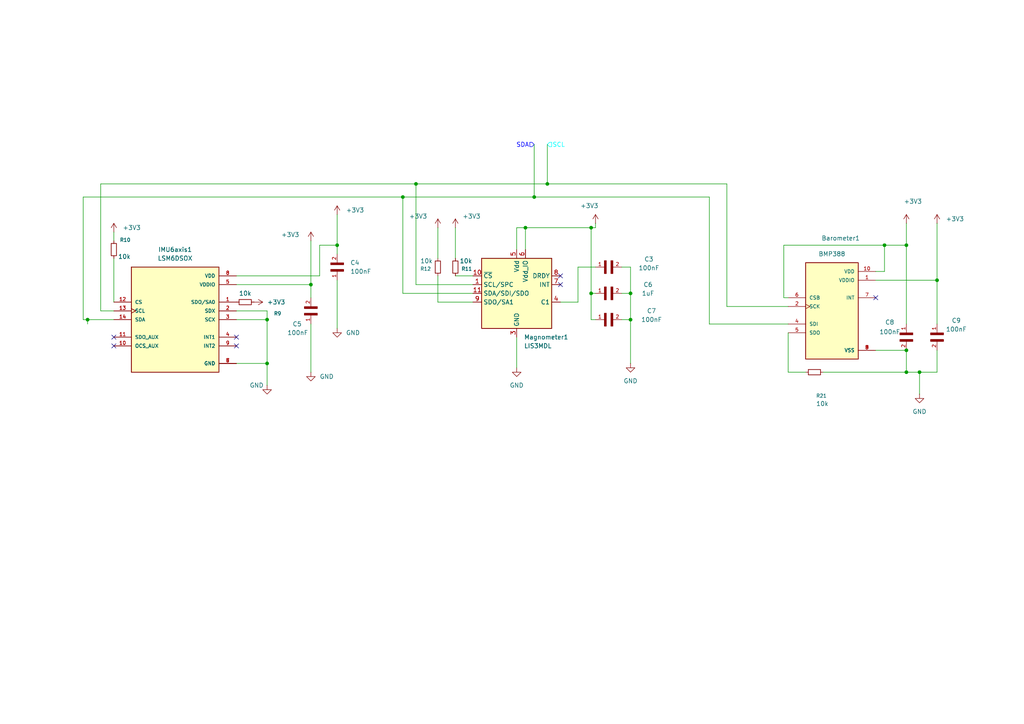
<source format=kicad_sch>
(kicad_sch (version 20250114) (generator "eeschema") (generator_version "9.0")
  (paper "A4")
  (lib_symbols
    (symbol "BMP388:BMP388" (pin_names (offset 1.016))
      (property "Reference" "U" (at -7.6281 15.2562 0))
      (property "Value" "BMP388" (at -7.6268 -15.2536 0))
      (symbol "BMP388_0_0"
        (rectangle (start -7.62 -12.7) (end 7.62 15.24) (stroke (width 0.254)) (fill (type background)))
        (pin input line (at -12.7 5.08 0) (length 5.08) (name "CSB") (number "6"))
        (pin input clock (at -12.7 2.54 0) (length 5.08) (name "SCK") (number "2"))
        (pin bidirectional line (at -12.7 -2.54 0) (length 5.08) (name "SDI") (number "4"))
        (pin bidirectional line (at -12.7 -5.08 0) (length 5.08) (name "SDO") (number "5"))
        (pin power_in line (at 12.7 12.7 180) (length 5.08) (name "VDD") (number "10"))
        (pin power_in line (at 12.7 10.16 180) (length 5.08) (name "VDDIO") (number "1"))
        (pin output line (at 12.7 5.08 180) (length 5.08) (name "INT") (number "7"))
        (pin power_in line (at 12.7 -10.16 180) (length 5.08) (name "VSS") (number "3"))
        (pin power_in line (at 12.7 -10.16 180) (length 5.08) (name "VSS") (number "8"))
        (pin power_in line (at 12.7 -10.16 180) (length 5.08) (name "VSS") (number "9"))
      )
    )
    (symbol "Device:R_Small" (pin_numbers (hide yes)) (pin_names (offset 0.254) (hide yes))
      (property "Reference" "R" (at 0 0 90))
      (property "Value" "R_Small" (at 1.778 0 90))
      (symbol "R_Small_0_1"
        (rectangle (start -0.762 1.778) (end 0.762 -1.778) (stroke (width 0.2032)))
      )
      (symbol "R_Small_1_1"
        (pin passive line (at 0 2.54 270) (length 0.762) (name "~") (number "1"))
        (pin passive line (at 0 -2.54 90) (length 0.762) (name "~") (number "2"))
      )
    )
    (symbol "LSM6DSOX:LSM6DSOX" (pin_names (offset 1.016))
      (property "Reference" "U" (at -12.7 16.002 0))
      (property "Value" "LSM6DSOX" (at -12.7 -17.78 0))
      (symbol "LSM6DSOX_0_0"
        (rectangle (start -12.7 -15.24) (end 12.7 15.24) (stroke (width 0.254)) (fill (type background)))
        (pin input line (at -17.78 5.08 0) (length 5.08) (name "CS") (number "12"))
        (pin input clock (at -17.78 2.54 0) (length 5.08) (name "SCL") (number "13"))
        (pin bidirectional line (at -17.78 0 0) (length 5.08) (name "SDA") (number "14"))
        (pin bidirectional line (at -17.78 -5.08 0) (length 5.08) (name "SDO_AUX") (number "11"))
        (pin bidirectional line (at -17.78 -7.62 0) (length 5.08) (name "OCS_AUX") (number "10"))
        (pin power_in line (at 17.78 12.7 180) (length 5.08) (name "VDD") (number "8"))
        (pin power_in line (at 17.78 10.16 180) (length 5.08) (name "VDDIO") (number "5"))
        (pin bidirectional line (at 17.78 5.08 180) (length 5.08) (name "SDO/SA0") (number "1"))
        (pin bidirectional line (at 17.78 2.54 180) (length 5.08) (name "SDX") (number "2"))
        (pin bidirectional line (at 17.78 0 180) (length 5.08) (name "SCX") (number "3"))
        (pin output line (at 17.78 -5.08 180) (length 5.08) (name "INT1") (number "4"))
        (pin output line (at 17.78 -7.62 180) (length 5.08) (name "INT2") (number "9"))
        (pin power_in line (at 17.78 -12.7 180) (length 5.08) (name "GND") (number "6"))
        (pin power_in line (at 17.78 -12.7 180) (length 5.08) (name "GND") (number "7"))
      )
    )
    (symbol "MCASE168SB7105MTNA01:MCASE168SB7105MTNA01" (pin_names (offset 1.016))
      (property "Reference" "C" (at -2.54 2.54 0))
      (property "Value" "MCASE168SB7105MTNA01" (at -2.54 -5.08 0))
      (symbol "MCASE168SB7105MTNA01_0_0"
        (rectangle (start 0 -1.9069) (end 0.635 1.905) (stroke (width 0.1)) (fill (type outline)))
        (rectangle (start 1.9069 -1.9069) (end 2.54 1.905) (stroke (width 0.1)) (fill (type outline)))
        (pin passive line (at -2.54 0 0) (length 2.54) (name "~") (number "1"))
        (pin passive line (at 5.08 0 180) (length 2.54) (name "~") (number "2"))
      )
    )
    (symbol "Sensor_Magnetic:LIS3MDL"
      (property "Reference" "U" (at -8.89 11.43 0))
      (property "Value" "LIS3MDL" (at 7.62 11.43 0))
      (symbol "LIS3MDL_0_1"
        (rectangle (start -10.16 10.16) (end 10.16 -10.16) (stroke (width 0.254)) (fill (type background)))
      )
      (symbol "LIS3MDL_1_1"
        (pin input line (at -12.7 5.08 0) (length 2.54) (name "~{CS}") (number "10"))
        (pin input line (at -12.7 2.54 0) (length 2.54) (name "SCL/SPC") (number "1"))
        (pin bidirectional line (at -12.7 0 0) (length 2.54) (name "SDA/SDI/SDO") (number "11"))
        (pin bidirectional line (at -12.7 -2.54 0) (length 2.54) (name "SDO/SA1") (number "9"))
        (pin power_in line (at 0 12.7 270) (length 2.54) (name "Vdd") (number "5"))
        (pin passive line (at 0 -12.7 90) (length 2.54) (hide yes) (name "GND") (number "12"))
        (pin passive line (at 0 -12.7 90) (length 2.54) (hide yes) (name "GND") (number "2"))
        (pin power_in line (at 0 -12.7 90) (length 2.54) (name "GND") (number "3"))
        (pin power_in line (at 2.54 12.7 270) (length 2.54) (name "Vdd_IO") (number "6"))
        (pin output line (at 12.7 5.08 180) (length 2.54) (name "DRDY") (number "8"))
        (pin output line (at 12.7 2.54 180) (length 2.54) (name "INT") (number "7"))
        (pin power_out line (at 12.7 -2.54 180) (length 2.54) (name "C1") (number "4"))
      )
    )
    (symbol "power:+3V3" (power) (pin_numbers (hide yes)) (pin_names (offset 0) (hide yes))
      (property "Value" "+3V3" (at 0 3.556 0))
      (symbol "+3V3_0_1"
        (polyline (pts (xy -0.762 1.27) (xy 0 2.54)))
        (polyline (pts (xy 0 2.54) (xy 0.762 1.27)))
        (polyline (pts (xy 0 0) (xy 0 2.54)))
      )
      (symbol "+3V3_1_1"
        (pin power_in line (at 0 0 90) (length 0) (name "~") (number "1"))
      )
    )
    (symbol "power:GND" (power) (pin_numbers (hide yes)) (pin_names (offset 0) (hide yes))
      (property "Value" "GND" (at 0 -3.81 0))
      (symbol "GND_0_1"
        (polyline (pts (xy 0 0) (xy 0 -1.27) (xy 1.27 -1.27) (xy 0 -2.54) (xy -1.27 -1.27) (xy 0 -1.27)))
      )
      (symbol "GND_1_1"
        (pin power_in line (at 0 0 270) (length 0) (name "~") (number "1"))
      )
    )
  )
  (junction (at 158.75 53.34))
  (junction (at 262.89 107.95))
  (junction (at 266.7 107.95))
  (junction (at 77.47 92.71))
  (junction (at 97.79 71.12))
  (junction (at 152.4 66.04))
  (junction (at 120.65 53.34))
  (junction (at 262.89 71.12))
  (junction (at 262.89 101.6))
  (junction (at 171.45 85.09))
  (junction (at 154.94 57.15))
  (junction (at 271.78 81.28))
  (junction (at 171.45 66.04))
  (junction (at 256.54 71.12))
  (junction (at 182.88 85.09))
  (junction (at 116.84 57.15))
  (junction (at 90.17 82.55))
  (junction (at 77.47 105.41))
  (junction (at 182.88 92.71))
  (junction (at 25.4 92.71))
  (no_connect (at 254 86.36))
  (no_connect (at 68.58 100.33))
  (no_connect (at 162.56 80.01))
  (no_connect (at 33.02 97.79))
  (no_connect (at 162.56 82.55))
  (no_connect (at 68.58 97.79))
  (no_connect (at 33.02 100.33))
  (wire (pts (xy 254 81.28) (xy 271.78 81.28)))
  (wire (pts (xy 171.45 66.04) (xy 172.72 66.04)))
  (wire (pts (xy 90.17 69.85) (xy 90.17 82.55)))
  (wire (pts (xy 33.02 74.93) (xy 33.02 87.63)))
  (wire (pts (xy 238.76 107.95) (xy 262.89 107.95)))
  (wire (pts (xy 120.65 82.55) (xy 137.16 82.55)))
  (wire (pts (xy 227.33 86.36) (xy 228.6 86.36)))
  (wire (pts (xy 262.89 71.12) (xy 256.54 71.12)))
  (wire (pts (xy 116.84 57.15) (xy 24.13 57.15)))
  (wire (pts (xy 77.47 90.17) (xy 68.58 90.17)))
  (wire (pts (xy 77.47 92.71) (xy 77.47 105.41)))
  (wire (pts (xy 152.4 66.04) (xy 152.4 72.39)))
  (wire (pts (xy 271.78 81.28) (xy 271.78 93.98)))
  (wire (pts (xy 228.6 96.52) (xy 228.6 107.95)))
  (wire (pts (xy 97.79 62.23) (xy 97.79 71.12)))
  (wire (pts (xy 25.4 92.71) (xy 33.02 92.71)))
  (wire (pts (xy 29.21 90.17) (xy 33.02 90.17)))
  (wire (pts (xy 182.88 92.71) (xy 182.88 105.41)))
  (wire (pts (xy 167.64 87.63) (xy 162.56 87.63)))
  (wire (pts (xy 154.94 41.91) (xy 154.94 57.15)))
  (wire (pts (xy 97.79 95.25) (xy 97.79 81.28)))
  (wire (pts (xy 132.08 80.01) (xy 137.16 80.01)))
  (wire (pts (xy 92.71 80.01) (xy 68.58 80.01)))
  (wire (pts (xy 116.84 57.15) (xy 116.84 85.09)))
  (wire (pts (xy 167.64 77.47) (xy 167.64 87.63)))
  (wire (pts (xy 167.64 77.47) (xy 172.72 77.47)))
  (wire (pts (xy 205.74 93.98) (xy 228.6 93.98)))
  (wire (pts (xy 271.78 64.77) (xy 271.78 81.28)))
  (wire (pts (xy 92.71 71.12) (xy 97.79 71.12)))
  (wire (pts (xy 29.21 53.34) (xy 29.21 90.17)))
  (wire (pts (xy 33.02 67.31) (xy 33.02 69.85)))
  (wire (pts (xy 180.34 92.71) (xy 182.88 92.71)))
  (wire (pts (xy 180.34 77.47) (xy 182.88 77.47)))
  (wire (pts (xy 24.13 57.15) (xy 24.13 92.71)))
  (wire (pts (xy 90.17 82.55) (xy 68.58 82.55)))
  (wire (pts (xy 127 66.04) (xy 127 74.93)))
  (wire (pts (xy 158.75 41.91) (xy 158.75 53.34)))
  (wire (pts (xy 256.54 78.74) (xy 254 78.74)))
  (wire (pts (xy 171.45 85.09) (xy 171.45 92.71)))
  (wire (pts (xy 262.89 71.12) (xy 262.89 93.98)))
  (wire (pts (xy 158.75 53.34) (xy 210.82 53.34)))
  (wire (pts (xy 171.45 66.04) (xy 152.4 66.04)))
  (wire (pts (xy 149.86 106.68) (xy 149.86 97.79)))
  (wire (pts (xy 116.84 57.15) (xy 154.94 57.15)))
  (wire (pts (xy 149.86 66.04) (xy 149.86 72.39)))
  (wire (pts (xy 205.74 57.15) (xy 205.74 93.98)))
  (wire (pts (xy 227.33 71.12) (xy 227.33 86.36)))
  (wire (pts (xy 132.08 66.04) (xy 132.08 74.93)))
  (wire (pts (xy 68.58 92.71) (xy 77.47 92.71)))
  (wire (pts (xy 152.4 66.04) (xy 149.86 66.04)))
  (wire (pts (xy 266.7 114.3) (xy 266.7 107.95)))
  (wire (pts (xy 171.45 66.04) (xy 171.45 85.09)))
  (wire (pts (xy 68.58 105.41) (xy 77.47 105.41)))
  (wire (pts (xy 271.78 107.95) (xy 266.7 107.95)))
  (wire (pts (xy 210.82 88.9) (xy 228.6 88.9)))
  (wire (pts (xy 171.45 85.09) (xy 172.72 85.09)))
  (wire (pts (xy 182.88 85.09) (xy 182.88 92.71)))
  (wire (pts (xy 120.65 53.34) (xy 120.65 82.55)))
  (wire (pts (xy 154.94 57.15) (xy 205.74 57.15)))
  (wire (pts (xy 77.47 90.17) (xy 77.47 92.71)))
  (wire (pts (xy 90.17 86.36) (xy 90.17 82.55)))
  (wire (pts (xy 271.78 101.6) (xy 271.78 107.95)))
  (wire (pts (xy 262.89 101.6) (xy 262.89 107.95)))
  (wire (pts (xy 127 87.63) (xy 137.16 87.63)))
  (wire (pts (xy 182.88 77.47) (xy 182.88 85.09)))
  (wire (pts (xy 262.89 64.77) (xy 262.89 71.12)))
  (wire (pts (xy 171.45 92.71) (xy 172.72 92.71)))
  (wire (pts (xy 228.6 107.95) (xy 233.68 107.95)))
  (wire (pts (xy 24.13 92.71) (xy 25.4 92.71)))
  (wire (pts (xy 127 80.01) (xy 127 87.63)))
  (wire (pts (xy 210.82 53.34) (xy 210.82 88.9)))
  (wire (pts (xy 172.72 64.77) (xy 172.72 66.04)))
  (wire (pts (xy 266.7 107.95) (xy 262.89 107.95)))
  (wire (pts (xy 77.47 111.76) (xy 77.47 105.41)))
  (wire (pts (xy 180.34 85.09) (xy 182.88 85.09)))
  (wire (pts (xy 254 101.6) (xy 262.89 101.6)))
  (wire (pts (xy 256.54 71.12) (xy 227.33 71.12)))
  (wire (pts (xy 97.79 73.66) (xy 97.79 71.12)))
  (wire (pts (xy 116.84 85.09) (xy 137.16 85.09)))
  (wire (pts (xy 25.4 93.98) (xy 25.4 92.71)))
  (wire (pts (xy 92.71 71.12) (xy 92.71 80.01)))
  (wire (pts (xy 90.17 107.95) (xy 90.17 93.98)))
  (wire (pts (xy 29.21 53.34) (xy 120.65 53.34)))
  (wire (pts (xy 120.65 53.34) (xy 158.75 53.34)))
  (wire (pts (xy 256.54 71.12) (xy 256.54 78.74)))
  (hierarchical_label "SDA" (shape input) (at 154.94 41.91 180))
  (hierarchical_label "SCL" (shape input) (at 158.75 41.91 0))
  (symbol (lib_id "power:GND") (at 90.17 107.95 0) (unit 1)
    (property "Reference" "#PWR048" (effects (hide yes)))
    (property "Value" "GND" (at 92.71 109.2199 0) (effects (justify left)))
    (property "Description" "Power symbol creates a global label with name \"GND\" , ground" (effects (hide yes)))
  )
  (symbol (lib_id "power:GND") (at 182.88 105.41 0) (unit 1)
    (property "Reference" "#PWR03" (effects (hide yes)))
    (property "Value" "GND" (at 182.88 110.49 0))
    (property "Description" "Power symbol creates a global label with name \"GND\" , ground" (effects (hide yes)))
  )
  (symbol (lib_id "power:GND") (at 97.79 95.25 0) (unit 1)
    (property "Reference" "#PWR022" (effects (hide yes)))
    (property "Value" "GND" (at 100.33 96.5199 0) (effects (justify left)))
    (property "Description" "Power symbol creates a global label with name \"GND\" , ground" (effects (hide yes)))
  )
  (symbol (lib_id "MCASE168SB7105MTNA01:MCASE168SB7105MTNA01") (at 90.17 91.44 90) (unit 1)
    (property "Reference" "C5" (at 84.836 93.98 90) (effects (justify right)))
    (property "Value" "100nF" (at 83.312 96.52 90) (effects (justify right)))
    (property "Footprint" "Capacitor:CAPC1608X90N" (effects (hide yes)))
    (property "MF" "Taiyo Yuden" (effects (hide yes)))
    (property "MAXIMUM_PACKAGE_HEIGHT" "0.9mm" (effects (hide yes)))
    (property "Package" "0603-2 TAIYO" (effects (hide yes)))
    (property "Price" "None" (effects (hide yes)))
    (property "Check_prices" "https://www.snapeda.com/parts/MCASE168SB7105MTNA01/Taiyo+Yuden/view-part/?ref=eda" (effects (hide yes)))
    (property "STANDARD" "IPC-7351B" (effects (hide yes)))
    (property "PARTREV" "NA" (effects (hide yes)))
    (property "SnapEDA_Link" "https://www.snapeda.com/parts/MCASE168SB7105MTNA01/Taiyo+Yuden/view-part/?ref=snap" (effects (hide yes)))
    (property "MP" "MCASE168SB7105MTNA01" (effects (hide yes)))
    (property "Description_1" "1uF 16V 20% Multilayer Ceramic Capacitor X7R 0603 (1608 Metric)" (effects (hide yes)))
    (property "Availability" "In Stock" (effects (hide yes)))
    (property "MANUFACTURER" "Taiyo Yuden" (effects (hide yes)))
  )
  (symbol (lib_id "Device:R_Small") (at 236.22 107.95 270) (unit 1)
    (property "Reference" "R21" (at 238.252 114.808 90) (effects (font (size 1.016 1.016))))
    (property "Value" "10k" (at 238.506 117.094 90))
    (property "Footprint" "Resistor:R0402" (effects (hide yes)))
    (property "Description" "Resistor, small symbol" (effects (hide yes)))
  )
  (symbol (lib_id "power:GND") (at 77.47 111.76 0) (unit 1)
    (property "Reference" "#PWR01" (effects (hide yes)))
    (property "Value" "GND" (at 72.39 111.76 0) (effects (justify left)))
    (property "Description" "Power symbol creates a global label with name \"GND\" , ground" (effects (hide yes)))
  )
  (symbol (lib_id "Device:R_Small") (at 33.02 72.39 180) (unit 1)
    (property "Reference" "R10" (at 36.322 69.596 0) (effects (font (size 1.016 1.016))))
    (property "Value" "10k" (at 36.068 74.422 0))
    (property "Footprint" "Resistor:R0402" (effects (hide yes)))
    (property "Description" "Resistor, small symbol" (effects (hide yes)))
  )
  (symbol (lib_id "power:+3V3") (at 262.89 64.77 0) (unit 1)
    (property "Reference" "#PWR08" (effects (hide yes)))
    (property "Value" "+3V3" (at 262.128 58.42 0) (effects (justify left)))
    (property "Description" "Power symbol creates a global label with name \"+3V3\"" (effects (hide yes)))
  )
  (symbol (lib_id "Device:R_Small") (at 132.08 77.47 180) (unit 1)
    (property "Reference" "R11" (at 135.382 77.978 0) (effects (font (size 1.016 1.016))))
    (property "Value" "10k" (at 135.128 75.692 0))
    (property "Footprint" "Resistor:R0402" (effects (hide yes)))
    (property "Description" "Resistor, small symbol" (effects (hide yes)))
  )
  (symbol (lib_id "power:+3V3") (at 33.02 67.31 0) (unit 1)
    (property "Reference" "#PWR039" (effects (hide yes)))
    (property "Value" "+3V3" (at 35.56 66.0399 0) (effects (justify left)))
    (property "Description" "Power symbol creates a global label with name \"+3V3\"" (effects (hide yes)))
  )
  (symbol (lib_id "MCASE168SB7105MTNA01:MCASE168SB7105MTNA01") (at 97.79 78.74 90) (unit 1)
    (property "Reference" "C4" (at 101.6 76.1999 90) (effects (justify right)))
    (property "Value" "100nF" (at 101.6 78.7399 90) (effects (justify right)))
    (property "Footprint" "Capacitor:CAPC1608X90N" (effects (hide yes)))
    (property "MF" "Taiyo Yuden" (effects (hide yes)))
    (property "MAXIMUM_PACKAGE_HEIGHT" "0.9mm" (effects (hide yes)))
    (property "Package" "0603-2 TAIYO" (effects (hide yes)))
    (property "Price" "None" (effects (hide yes)))
    (property "Check_prices" "https://www.snapeda.com/parts/MCASE168SB7105MTNA01/Taiyo+Yuden/view-part/?ref=eda" (effects (hide yes)))
    (property "STANDARD" "IPC-7351B" (effects (hide yes)))
    (property "PARTREV" "NA" (effects (hide yes)))
    (property "SnapEDA_Link" "https://www.snapeda.com/parts/MCASE168SB7105MTNA01/Taiyo+Yuden/view-part/?ref=snap" (effects (hide yes)))
    (property "MP" "MCASE168SB7105MTNA01" (effects (hide yes)))
    (property "Description_1" "1uF 16V 20% Multilayer Ceramic Capacitor X7R 0603 (1608 Metric)" (effects (hide yes)))
    (property "Availability" "In Stock" (effects (hide yes)))
    (property "MANUFACTURER" "Taiyo Yuden" (effects (hide yes)))
  )
  (symbol (lib_id "Device:R_Small") (at 127 77.47 180) (unit 1)
    (property "Reference" "R12" (at 123.444 77.978 0) (effects (font (size 1.016 1.016))))
    (property "Value" "10k" (at 123.698 75.692 0))
    (property "Footprint" "Resistor:R0402" (effects (hide yes)))
    (property "Description" "Resistor, small symbol" (effects (hide yes)))
  )
  (symbol (lib_id "power:+3V3") (at 97.79 62.23 0) (unit 1)
    (property "Reference" "#PWR06" (effects (hide yes)))
    (property "Value" "+3V3" (at 100.33 60.9599 0) (effects (justify left)))
    (property "Description" "Power symbol creates a global label with name \"+3V3\"" (effects (hide yes)))
  )
  (symbol (lib_id "power:+3V3") (at 132.08 66.04 0) (unit 1)
    (property "Reference" "#PWR041" (effects (hide yes)))
    (property "Value" "+3V3" (at 134.112 62.738 0) (effects (justify left)))
    (property "Description" "Power symbol creates a global label with name \"+3V3\"" (effects (hide yes)))
  )
  (symbol (lib_id "power:+3V3") (at 73.66 87.63 270) (unit 1)
    (property "Reference" "#PWR040" (effects (hide yes)))
    (property "Value" "+3V3" (at 77.47 87.6299 90) (effects (justify left)))
    (property "Description" "Power symbol creates a global label with name \"+3V3\"" (effects (hide yes)))
  )
  (symbol (lib_id "power:+3V3") (at 90.17 69.85 0) (unit 1)
    (property "Reference" "#PWR038" (effects (hide yes)))
    (property "Value" "+3V3" (at 81.534 68.072 0) (effects (justify left)))
    (property "Description" "Power symbol creates a global label with name \"+3V3\"" (effects (hide yes)))
  )
  (symbol (lib_id "Device:R_Small") (at 71.12 87.63 90) (unit 1)
    (property "Reference" "R9" (at 80.518 90.932 90) (effects (font (size 1.016 1.016))))
    (property "Value" "10k" (at 71.12 85.09 90))
    (property "Footprint" "Resistor:R0402" (effects (hide yes)))
    (property "Description" "Resistor, small symbol" (effects (hide yes)))
  )
  (symbol (lib_id "Sensor_Magnetic:LIS3MDL") (at 149.86 85.09 0) (unit 1)
    (property "Reference" "Magnometer1" (at 152.0033 97.79 0) (effects (justify left)))
    (property "Value" "LIS3MDL" (at 152.0033 100.33 0) (effects (justify left)))
    (property "Footprint" "Package_LGA:LGA-12_2x2mm_P0.5mm" (effects (hide yes)))
    (property "Datasheet" "https://www.st.com/resource/en/datasheet/lis3mdl.pdf" (effects (hide yes)))
    (property "Description" "Ultra-low-power, 3-axis digital output magnetometer, LGA-12" (effects (hide yes)))
  )
  (symbol (lib_id "LSM6DSOX:LSM6DSOX") (at 50.8 92.71 0) (unit 1)
    (property "Reference" "IMU6axis1" (at 50.8 72.39 0))
    (property "Value" "LSM6DSOX" (at 50.8 74.93 0))
    (property "Footprint" "LSM6DSOX:PQFN50P250X300X86-14N" (effects (hide yes)))
    (property "MF" "STMicroelectronics" (effects (hide yes)))
    (property "Description_1" "3D Accelerometer and 3D Gyroscope Sensor Digital Output 1.8V 14-Pin LGA T/R" (effects (hide yes)))
    (property "Package" "VFLGA-14 STMicroelectronics" (effects (hide yes)))
    (property "Price" "None" (effects (hide yes)))
    (property "Check_prices" "https://www.snapeda.com/parts/LSM6DSOX/STMicroelectronics/view-part/?ref=eda" (effects (hide yes)))
    (property "STANDARD" "IPC7351B" (effects (hide yes)))
    (property "PARTREV" "3.0" (effects (hide yes)))
    (property "SnapEDA_Link" "https://www.snapeda.com/parts/LSM6DSOX/STMicroelectronics/view-part/?ref=snap" (effects (hide yes)))
    (property "MP" "LSM6DSOX" (effects (hide yes)))
    (property "Availability" "In Stock" (effects (hide yes)))
    (property "MANUFACTURER" "ST Microelectronics" (effects (hide yes)))
  )
  (symbol (lib_id "MCASE168SB7105MTNA01:MCASE168SB7105MTNA01") (at 271.78 96.52 270) (unit 1)
    (property "Reference" "C9" (at 277.368 92.964 90))
    (property "Value" "100nF" (at 277.368 95.504 90))
    (property "Footprint" "Capacitor:CAPC1608X90N" (effects (hide yes)))
    (property "MF" "Taiyo Yuden" (effects (hide yes)))
    (property "MAXIMUM_PACKAGE_HEIGHT" "0.9mm" (effects (hide yes)))
    (property "Package" "0603-2 TAIYO" (effects (hide yes)))
    (property "Price" "None" (effects (hide yes)))
    (property "Check_prices" "https://www.snapeda.com/parts/MCASE168SB7105MTNA01/Taiyo+Yuden/view-part/?ref=eda" (effects (hide yes)))
    (property "STANDARD" "IPC-7351B" (effects (hide yes)))
    (property "PARTREV" "NA" (effects (hide yes)))
    (property "SnapEDA_Link" "https://www.snapeda.com/parts/MCASE168SB7105MTNA01/Taiyo+Yuden/view-part/?ref=snap" (effects (hide yes)))
    (property "MP" "MCASE168SB7105MTNA01" (effects (hide yes)))
    (property "Description_1" "1uF 16V 20% Multilayer Ceramic Capacitor X7R 0603 (1608 Metric)" (effects (hide yes)))
    (property "Availability" "In Stock" (effects (hide yes)))
    (property "MANUFACTURER" "Taiyo Yuden" (effects (hide yes)))
  )
  (symbol (lib_id "MCASE168SB7105MTNA01:MCASE168SB7105MTNA01") (at 175.26 85.09 0) (unit 1)
    (property "Reference" "C6" (at 187.96 82.55 0))
    (property "Value" "1uF" (at 187.96 85.09 0))
    (property "Footprint" "Capacitor_SMD:C_0402_1005Metric" (effects (hide yes)))
    (property "MF" "Taiyo Yuden" (effects (hide yes)))
    (property "MAXIMUM_PACKAGE_HEIGHT" "0.9mm" (effects (hide yes)))
    (property "Package" "0603-2 TAIYO" (effects (hide yes)))
    (property "Price" "None" (effects (hide yes)))
    (property "Check_prices" "https://www.snapeda.com/parts/MCASE168SB7105MTNA01/Taiyo+Yuden/view-part/?ref=eda" (effects (hide yes)))
    (property "STANDARD" "IPC-7351B" (effects (hide yes)))
    (property "PARTREV" "NA" (effects (hide yes)))
    (property "SnapEDA_Link" "https://www.snapeda.com/parts/MCASE168SB7105MTNA01/Taiyo+Yuden/view-part/?ref=snap" (effects (hide yes)))
    (property "MP" "MCASE168SB7105MTNA01" (effects (hide yes)))
    (property "Description_1" "1uF 16V 20% Multilayer Ceramic Capacitor X7R 0603 (1608 Metric)" (effects (hide yes)))
    (property "Availability" "In Stock" (effects (hide yes)))
    (property "MANUFACTURER" "Taiyo Yuden" (effects (hide yes)))
  )
  (symbol (lib_id "power:+3V3") (at 172.72 64.77 0) (unit 1)
    (property "Reference" "#PWR07" (effects (hide yes)))
    (property "Value" "+3V3" (at 170.942 59.69 0))
    (property "Description" "Power symbol creates a global label with name \"+3V3\"" (effects (hide yes)))
  )
  (symbol (lib_id "power:+3V3") (at 271.78 64.77 0) (unit 1)
    (property "Reference" "#PWR047" (effects (hide yes)))
    (property "Value" "+3V3" (at 274.32 63.4999 0) (effects (justify left)))
    (property "Description" "Power symbol creates a global label with name \"+3V3\"" (effects (hide yes)))
  )
  (symbol (lib_id "MCASE168SB7105MTNA01:MCASE168SB7105MTNA01") (at 175.26 77.47 0) (unit 1)
    (property "Reference" "C3" (at 188.214 75.184 0))
    (property "Value" "100nF" (at 188.214 77.724 0))
    (property "Footprint" "Capacitor:CAPC1608X90N" (effects (hide yes)))
    (property "MF" "Taiyo Yuden" (effects (hide yes)))
    (property "MAXIMUM_PACKAGE_HEIGHT" "0.9mm" (effects (hide yes)))
    (property "Package" "0603-2 TAIYO" (effects (hide yes)))
    (property "Price" "None" (effects (hide yes)))
    (property "Check_prices" "https://www.snapeda.com/parts/MCASE168SB7105MTNA01/Taiyo+Yuden/view-part/?ref=eda" (effects (hide yes)))
    (property "STANDARD" "IPC-7351B" (effects (hide yes)))
    (property "PARTREV" "NA" (effects (hide yes)))
    (property "SnapEDA_Link" "https://www.snapeda.com/parts/MCASE168SB7105MTNA01/Taiyo+Yuden/view-part/?ref=snap" (effects (hide yes)))
    (property "MP" "MCASE168SB7105MTNA01" (effects (hide yes)))
    (property "Description_1" "1uF 16V 20% Multilayer Ceramic Capacitor X7R 0603 (1608 Metric)" (effects (hide yes)))
    (property "Availability" "In Stock" (effects (hide yes)))
    (property "MANUFACTURER" "Taiyo Yuden" (effects (hide yes)))
  )
  (symbol (lib_id "power:GND") (at 149.86 106.68 0) (unit 1)
    (property "Reference" "#PWR061" (effects (hide yes)))
    (property "Value" "GND" (at 149.86 111.76 0))
    (property "Description" "Power symbol creates a global label with name \"GND\" , ground" (effects (hide yes)))
  )
  (symbol (lib_id "MCASE168SB7105MTNA01:MCASE168SB7105MTNA01") (at 262.89 96.52 270) (unit 1)
    (property "Reference" "C8" (at 258.064 93.472 90))
    (property "Value" "100nF" (at 258.064 96.266 90))
    (property "Footprint" "Capacitor:CAPC1608X90N" (effects (hide yes)))
    (property "MF" "Taiyo Yuden" (effects (hide yes)))
    (property "MAXIMUM_PACKAGE_HEIGHT" "0.9mm" (effects (hide yes)))
    (property "Package" "0603-2 TAIYO" (effects (hide yes)))
    (property "Price" "None" (effects (hide yes)))
    (property "Check_prices" "https://www.snapeda.com/parts/MCASE168SB7105MTNA01/Taiyo+Yuden/view-part/?ref=eda" (effects (hide yes)))
    (property "STANDARD" "IPC-7351B" (effects (hide yes)))
    (property "PARTREV" "NA" (effects (hide yes)))
    (property "SnapEDA_Link" "https://www.snapeda.com/parts/MCASE168SB7105MTNA01/Taiyo+Yuden/view-part/?ref=snap" (effects (hide yes)))
    (property "MP" "MCASE168SB7105MTNA01" (effects (hide yes)))
    (property "Description_1" "1uF 16V 20% Multilayer Ceramic Capacitor X7R 0603 (1608 Metric)" (effects (hide yes)))
    (property "Availability" "In Stock" (effects (hide yes)))
    (property "MANUFACTURER" "Taiyo Yuden" (effects (hide yes)))
  )
  (symbol (lib_id "power:+3V3") (at 127 66.04 0) (unit 1)
    (property "Reference" "#PWR042" (effects (hide yes)))
    (property "Value" "+3V3" (at 118.618 62.738 0) (effects (justify left)))
    (property "Description" "Power symbol creates a global label with name \"+3V3\"" (effects (hide yes)))
  )
  (symbol (lib_id "power:GND") (at 266.7 114.3 0) (unit 1)
    (property "Reference" "#PWR04" (effects (hide yes)))
    (property "Value" "GND" (at 266.7 119.38 0))
    (property "Description" "Power symbol creates a global label with name \"GND\" , ground" (effects (hide yes)))
  )
  (symbol (lib_id "BMP388:BMP388") (at 241.3 91.44 0) (unit 1)
    (property "Reference" "Barometer1" (at 243.84 69.088 0))
    (property "Value" "BMP388" (at 241.3 73.66 0))
    (property "Footprint" "BMP388:PQFN50P200X200X80-10N" (effects (hide yes)))
    (property "MF" "Bosch Sensortec" (effects (hide yes)))
    (property "Description_1" "Pressure Sensor 4.35PSI ~ 18.13PSI (30kPa ~ 125kPa) Absolute - - 10-WFLGA" (effects (hide yes)))
    (property "Package" "WFLGA-10 Bosch Tools" (effects (hide yes)))
    (property "Price" "None" (effects (hide yes)))
    (property "Check_prices" "https://www.snapeda.com/parts/BMP388/Bosch/view-part/?ref=eda" (effects (hide yes)))
    (property "STANDARD" "IPC 7351B" (effects (hide yes)))
    (property "PARTREV" "1.1" (effects (hide yes)))
    (property "SnapEDA_Link" "https://www.snapeda.com/parts/BMP388/Bosch/view-part/?ref=snap" (effects (hide yes)))
    (property "MP" "BMP388" (effects (hide yes)))
    (property "Availability" "In Stock" (effects (hide yes)))
    (property "MANUFACTURER" "BOSCH" (effects (hide yes)))
  )
  (symbol (lib_id "MCASE168SB7105MTNA01:MCASE168SB7105MTNA01") (at 175.26 92.71 0) (unit 1)
    (property "Reference" "C7" (at 188.976 90.17 0))
    (property "Value" "100nF" (at 188.976 92.71 0))
    (property "Footprint" "Capacitor:CAPC1608X90N" (effects (hide yes)))
    (property "MF" "Taiyo Yuden" (effects (hide yes)))
    (property "MAXIMUM_PACKAGE_HEIGHT" "0.9mm" (effects (hide yes)))
    (property "Package" "0603-2 TAIYO" (effects (hide yes)))
    (property "Price" "None" (effects (hide yes)))
    (property "Check_prices" "https://www.snapeda.com/parts/MCASE168SB7105MTNA01/Taiyo+Yuden/view-part/?ref=eda" (effects (hide yes)))
    (property "STANDARD" "IPC-7351B" (effects (hide yes)))
    (property "PARTREV" "NA" (effects (hide yes)))
    (property "SnapEDA_Link" "https://www.snapeda.com/parts/MCASE168SB7105MTNA01/Taiyo+Yuden/view-part/?ref=snap" (effects (hide yes)))
    (property "MP" "MCASE168SB7105MTNA01" (effects (hide yes)))
    (property "Description_1" "1uF 16V 20% Multilayer Ceramic Capacitor X7R 0603 (1608 Metric)" (effects (hide yes)))
    (property "Availability" "In Stock" (effects (hide yes)))
    (property "MANUFACTURER" "Taiyo Yuden" (effects (hide yes)))
  )
)
</source>
